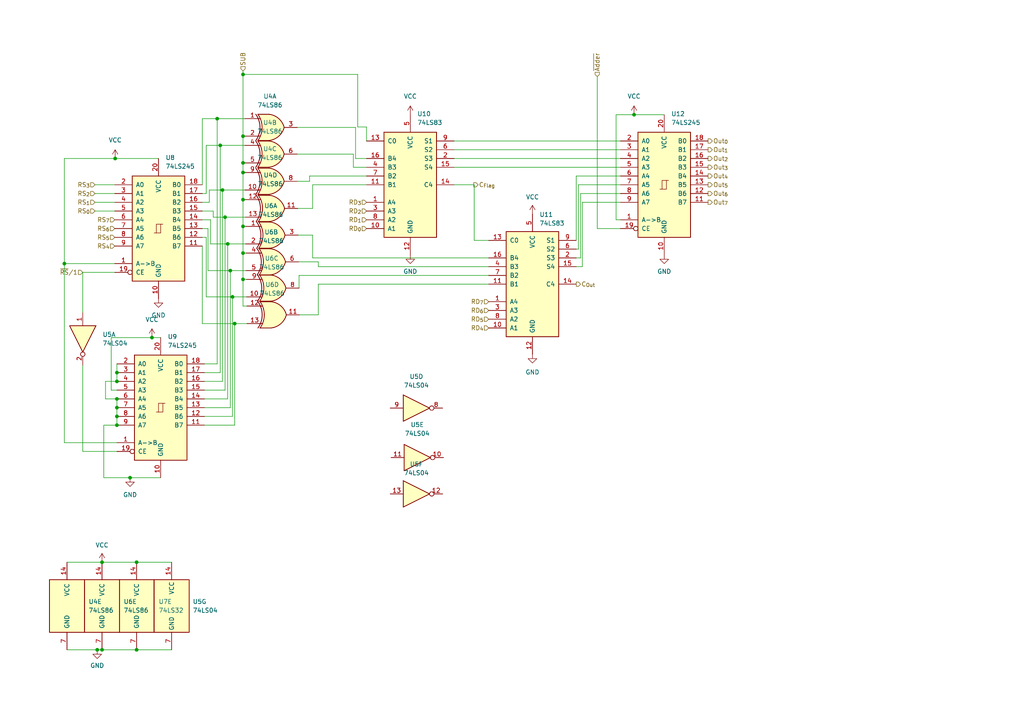
<source format=kicad_sch>
(kicad_sch (version 20211123) (generator eeschema)
  (paper "A4")
  (lib_symbols
    (symbol "74xx:74LS04"
      (property "Reference" "U" (at 0 1.27 0))
      (property "Value" "74LS04" (at 0 -1.27 0))
      (symbol "74LS04_1_0"
        (polyline (pts (xy -3.81 3.81) (xy -3.81 -3.81) (xy 3.81 0) (xy -3.81 3.81)) (stroke (width 0.254)) (fill (type background)))
        (pin input line (at -7.62 0 0) (length 3.81) (name "~") (number "1"))
        (pin output inverted (at 7.62 0 180) (length 3.81) (name "~") (number "2"))
      )
      (symbol "74LS04_2_0"
        (polyline (pts (xy -3.81 3.81) (xy -3.81 -3.81) (xy 3.81 0) (xy -3.81 3.81)) (stroke (width 0.254)) (fill (type background)))
        (pin input line (at -7.62 0 0) (length 3.81) (name "~") (number "3"))
        (pin output inverted (at 7.62 0 180) (length 3.81) (name "~") (number "4"))
      )
      (symbol "74LS04_3_0"
        (polyline (pts (xy -3.81 3.81) (xy -3.81 -3.81) (xy 3.81 0) (xy -3.81 3.81)) (stroke (width 0.254)) (fill (type background)))
        (pin input line (at -7.62 0 0) (length 3.81) (name "~") (number "5"))
        (pin output inverted (at 7.62 0 180) (length 3.81) (name "~") (number "6"))
      )
      (symbol "74LS04_4_0"
        (polyline (pts (xy -3.81 3.81) (xy -3.81 -3.81) (xy 3.81 0) (xy -3.81 3.81)) (stroke (width 0.254)) (fill (type background)))
        (pin output inverted (at 7.62 0 180) (length 3.81) (name "~") (number "8"))
        (pin input line (at -7.62 0 0) (length 3.81) (name "~") (number "9"))
      )
      (symbol "74LS04_5_0"
        (polyline (pts (xy -3.81 3.81) (xy -3.81 -3.81) (xy 3.81 0) (xy -3.81 3.81)) (stroke (width 0.254)) (fill (type background)))
        (pin output inverted (at 7.62 0 180) (length 3.81) (name "~") (number "10"))
        (pin input line (at -7.62 0 0) (length 3.81) (name "~") (number "11"))
      )
      (symbol "74LS04_6_0"
        (polyline (pts (xy -3.81 3.81) (xy -3.81 -3.81) (xy 3.81 0) (xy -3.81 3.81)) (stroke (width 0.254)) (fill (type background)))
        (pin output inverted (at 7.62 0 180) (length 3.81) (name "~") (number "12"))
        (pin input line (at -7.62 0 0) (length 3.81) (name "~") (number "13"))
      )
      (symbol "74LS04_7_0"
        (pin power_in line (at 0 12.7 270) (length 5.08) (name "VCC") (number "14"))
        (pin power_in line (at 0 -12.7 90) (length 5.08) (name "GND") (number "7"))
      )
      (symbol "74LS04_7_1"
        (rectangle (start -5.08 7.62) (end 5.08 -7.62) (stroke (width 0.254)) (fill (type background)))
      )
    )
    (symbol "74xx:74LS245" (pin_names (offset 1.016))
      (property "Reference" "U" (at -7.62 16.51 0))
      (property "Value" "74LS245" (at -7.62 -16.51 0))
      (symbol "74LS245_1_0"
        (polyline (pts (xy -0.635 -1.27) (xy -0.635 1.27) (xy 0.635 1.27)))
        (polyline (pts (xy -1.27 -1.27) (xy 0.635 -1.27) (xy 0.635 1.27) (xy 1.27 1.27)))
        (pin input line (at -12.7 -10.16 0) (length 5.08) (name "A->B") (number "1"))
        (pin power_in line (at 0 -20.32 90) (length 5.08) (name "GND") (number "10"))
        (pin tri_state line (at 12.7 -5.08 180) (length 5.08) (name "B7") (number "11"))
        (pin tri_state line (at 12.7 -2.54 180) (length 5.08) (name "B6") (number "12"))
        (pin tri_state line (at 12.7 0 180) (length 5.08) (name "B5") (number "13"))
        (pin tri_state line (at 12.7 2.54 180) (length 5.08) (name "B4") (number "14"))
        (pin tri_state line (at 12.7 5.08 180) (length 5.08) (name "B3") (number "15"))
        (pin tri_state line (at 12.7 7.62 180) (length 5.08) (name "B2") (number "16"))
        (pin tri_state line (at 12.7 10.16 180) (length 5.08) (name "B1") (number "17"))
        (pin tri_state line (at 12.7 12.7 180) (length 5.08) (name "B0") (number "18"))
        (pin input inverted (at -12.7 -12.7 0) (length 5.08) (name "CE") (number "19"))
        (pin tri_state line (at -12.7 12.7 0) (length 5.08) (name "A0") (number "2"))
        (pin power_in line (at 0 20.32 270) (length 5.08) (name "VCC") (number "20"))
        (pin tri_state line (at -12.7 10.16 0) (length 5.08) (name "A1") (number "3"))
        (pin tri_state line (at -12.7 7.62 0) (length 5.08) (name "A2") (number "4"))
        (pin tri_state line (at -12.7 5.08 0) (length 5.08) (name "A3") (number "5"))
        (pin tri_state line (at -12.7 2.54 0) (length 5.08) (name "A4") (number "6"))
        (pin tri_state line (at -12.7 0 0) (length 5.08) (name "A5") (number "7"))
        (pin tri_state line (at -12.7 -2.54 0) (length 5.08) (name "A6") (number "8"))
        (pin tri_state line (at -12.7 -5.08 0) (length 5.08) (name "A7") (number "9"))
      )
      (symbol "74LS245_1_1"
        (rectangle (start -7.62 15.24) (end 7.62 -15.24) (stroke (width 0.254)) (fill (type background)))
      )
    )
    (symbol "74xx:74LS32" (pin_names (offset 1.016))
      (property "Reference" "U" (at 0 1.27 0))
      (property "Value" "74LS32" (at 0 -1.27 0))
      (symbol "74LS32_1_1"
        (arc (start -3.81 -3.81) (mid -2.589 0) (end -3.81 3.81) (stroke (width 0.254)))
        (arc (start -0.6096 -3.81) (mid 2.1855 -2.584) (end 3.81 0) (stroke (width 0.254)) (fill (type background)))
        (polyline (pts (xy -3.81 -3.81) (xy -0.635 -3.81)) (stroke (width 0.254)) (fill (type background)))
        (polyline (pts (xy -3.81 3.81) (xy -0.635 3.81)) (stroke (width 0.254)) (fill (type background)))
        (polyline (pts (xy -0.635 3.81) (xy -3.81 3.81) (xy -3.81 3.81) (xy -3.556 3.4036) (xy -3.0226 2.2606) (xy -2.6924 1.0414) (xy -2.6162 -0.254) (xy -2.7686 -1.4986) (xy -3.175 -2.7178) (xy -3.81 -3.81) (xy -3.81 -3.81) (xy -0.635 -3.81)) (stroke (width -25.4)) (fill (type background)))
        (arc (start 3.81 0) (mid 2.1928 2.5925) (end -0.6096 3.81) (stroke (width 0.254)) (fill (type background)))
        (pin input line (at -7.62 2.54 0) (length 4.318) (name "~") (number "1"))
        (pin input line (at -7.62 -2.54 0) (length 4.318) (name "~") (number "2"))
        (pin output line (at 7.62 0 180) (length 3.81) (name "~") (number "3"))
      )
      (symbol "74LS32_1_2"
        (arc (start 0 -3.81) (mid 3.81 0) (end 0 3.81) (stroke (width 0.254)) (fill (type background)))
        (polyline (pts (xy 0 3.81) (xy -3.81 3.81) (xy -3.81 -3.81) (xy 0 -3.81)) (stroke (width 0.254)) (fill (type background)))
        (pin input inverted (at -7.62 2.54 0) (length 3.81) (name "~") (number "1"))
        (pin input inverted (at -7.62 -2.54 0) (length 3.81) (name "~") (number "2"))
        (pin output inverted (at 7.62 0 180) (length 3.81) (name "~") (number "3"))
      )
      (symbol "74LS32_2_1"
        (arc (start -3.81 -3.81) (mid -2.589 0) (end -3.81 3.81) (stroke (width 0.254)))
        (arc (start -0.6096 -3.81) (mid 2.1855 -2.584) (end 3.81 0) (stroke (width 0.254)) (fill (type background)))
        (polyline (pts (xy -3.81 -3.81) (xy -0.635 -3.81)) (stroke (width 0.254)) (fill (type background)))
        (polyline (pts (xy -3.81 3.81) (xy -0.635 3.81)) (stroke (width 0.254)) (fill (type background)))
        (polyline (pts (xy -0.635 3.81) (xy -3.81 3.81) (xy -3.81 3.81) (xy -3.556 3.4036) (xy -3.0226 2.2606) (xy -2.6924 1.0414) (xy -2.6162 -0.254) (xy -2.7686 -1.4986) (xy -3.175 -2.7178) (xy -3.81 -3.81) (xy -3.81 -3.81) (xy -0.635 -3.81)) (stroke (width -25.4)) (fill (type background)))
        (arc (start 3.81 0) (mid 2.1928 2.5925) (end -0.6096 3.81) (stroke (width 0.254)) (fill (type background)))
        (pin input line (at -7.62 2.54 0) (length 4.318) (name "~") (number "4"))
        (pin input line (at -7.62 -2.54 0) (length 4.318) (name "~") (number "5"))
        (pin output line (at 7.62 0 180) (length 3.81) (name "~") (number "6"))
      )
      (symbol "74LS32_2_2"
        (arc (start 0 -3.81) (mid 3.81 0) (end 0 3.81) (stroke (width 0.254)) (fill (type background)))
        (polyline (pts (xy 0 3.81) (xy -3.81 3.81) (xy -3.81 -3.81) (xy 0 -3.81)) (stroke (width 0.254)) (fill (type background)))
        (pin input inverted (at -7.62 2.54 0) (length 3.81) (name "~") (number "4"))
        (pin input inverted (at -7.62 -2.54 0) (length 3.81) (name "~") (number "5"))
        (pin output inverted (at 7.62 0 180) (length 3.81) (name "~") (number "6"))
      )
      (symbol "74LS32_3_1"
        (arc (start -3.81 -3.81) (mid -2.589 0) (end -3.81 3.81) (stroke (width 0.254)))
        (arc (start -0.6096 -3.81) (mid 2.1855 -2.584) (end 3.81 0) (stroke (width 0.254)) (fill (type background)))
        (polyline (pts (xy -3.81 -3.81) (xy -0.635 -3.81)) (stroke (width 0.254)) (fill (type background)))
        (polyline (pts (xy -3.81 3.81) (xy -0.635 3.81)) (stroke (width 0.254)) (fill (type background)))
        (polyline (pts (xy -0.635 3.81) (xy -3.81 3.81) (xy -3.81 3.81) (xy -3.556 3.4036) (xy -3.0226 2.2606) (xy -2.6924 1.0414) (xy -2.6162 -0.254) (xy -2.7686 -1.4986) (xy -3.175 -2.7178) (xy -3.81 -3.81) (xy -3.81 -3.81) (xy -0.635 -3.81)) (stroke (width -25.4)) (fill (type background)))
        (arc (start 3.81 0) (mid 2.1928 2.5925) (end -0.6096 3.81) (stroke (width 0.254)) (fill (type background)))
        (pin input line (at -7.62 -2.54 0) (length 4.318) (name "~") (number "10"))
        (pin output line (at 7.62 0 180) (length 3.81) (name "~") (number "8"))
        (pin input line (at -7.62 2.54 0) (length 4.318) (name "~") (number "9"))
      )
      (symbol "74LS32_3_2"
        (arc (start 0 -3.81) (mid 3.81 0) (end 0 3.81) (stroke (width 0.254)) (fill (type background)))
        (polyline (pts (xy 0 3.81) (xy -3.81 3.81) (xy -3.81 -3.81) (xy 0 -3.81)) (stroke (width 0.254)) (fill (type background)))
        (pin input inverted (at -7.62 -2.54 0) (length 3.81) (name "~") (number "10"))
        (pin output inverted (at 7.62 0 180) (length 3.81) (name "~") (number "8"))
        (pin input inverted (at -7.62 2.54 0) (length 3.81) (name "~") (number "9"))
      )
      (symbol "74LS32_4_1"
        (arc (start -3.81 -3.81) (mid -2.589 0) (end -3.81 3.81) (stroke (width 0.254)))
        (arc (start -0.6096 -3.81) (mid 2.1855 -2.584) (end 3.81 0) (stroke (width 0.254)) (fill (type background)))
        (polyline (pts (xy -3.81 -3.81) (xy -0.635 -3.81)) (stroke (width 0.254)) (fill (type background)))
        (polyline (pts (xy -3.81 3.81) (xy -0.635 3.81)) (stroke (width 0.254)) (fill (type background)))
        (polyline (pts (xy -0.635 3.81) (xy -3.81 3.81) (xy -3.81 3.81) (xy -3.556 3.4036) (xy -3.0226 2.2606) (xy -2.6924 1.0414) (xy -2.6162 -0.254) (xy -2.7686 -1.4986) (xy -3.175 -2.7178) (xy -3.81 -3.81) (xy -3.81 -3.81) (xy -0.635 -3.81)) (stroke (width -25.4)) (fill (type background)))
        (arc (start 3.81 0) (mid 2.1928 2.5925) (end -0.6096 3.81) (stroke (width 0.254)) (fill (type background)))
        (pin output line (at 7.62 0 180) (length 3.81) (name "~") (number "11"))
        (pin input line (at -7.62 2.54 0) (length 4.318) (name "~") (number "12"))
        (pin input line (at -7.62 -2.54 0) (length 4.318) (name "~") (number "13"))
      )
      (symbol "74LS32_4_2"
        (arc (start 0 -3.81) (mid 3.81 0) (end 0 3.81) (stroke (width 0.254)) (fill (type background)))
        (polyline (pts (xy 0 3.81) (xy -3.81 3.81) (xy -3.81 -3.81) (xy 0 -3.81)) (stroke (width 0.254)) (fill (type background)))
        (pin output inverted (at 7.62 0 180) (length 3.81) (name "~") (number "11"))
        (pin input inverted (at -7.62 2.54 0) (length 3.81) (name "~") (number "12"))
        (pin input inverted (at -7.62 -2.54 0) (length 3.81) (name "~") (number "13"))
      )
      (symbol "74LS32_5_0"
        (pin power_in line (at 0 12.7 270) (length 5.08) (name "VCC") (number "14"))
        (pin power_in line (at 0 -12.7 90) (length 5.08) (name "GND") (number "7"))
      )
      (symbol "74LS32_5_1"
        (rectangle (start -5.08 7.62) (end 5.08 -7.62) (stroke (width 0.254)) (fill (type background)))
      )
    )
    (symbol "74xx:74LS83" (pin_names (offset 1.016))
      (property "Reference" "U" (at -7.62 16.51 0))
      (property "Value" "74LS83" (at -7.62 -16.51 0))
      (symbol "74LS83_1_0"
        (pin input line (at -12.7 -5.08 0) (length 5.08) (name "A4") (number "1"))
        (pin input line (at -12.7 -12.7 0) (length 5.08) (name "A1") (number "10"))
        (pin input line (at -12.7 0 0) (length 5.08) (name "B1") (number "11"))
        (pin power_in line (at 0 -20.32 90) (length 5.08) (name "GND") (number "12"))
        (pin input line (at -12.7 12.7 0) (length 5.08) (name "C0") (number "13"))
        (pin output line (at 12.7 0 180) (length 5.08) (name "C4") (number "14"))
        (pin output line (at 12.7 5.08 180) (length 5.08) (name "S4") (number "15"))
        (pin input line (at -12.7 7.62 0) (length 5.08) (name "B4") (number "16"))
        (pin output line (at 12.7 7.62 180) (length 5.08) (name "S3") (number "2"))
        (pin input line (at -12.7 -7.62 0) (length 5.08) (name "A3") (number "3"))
        (pin input line (at -12.7 5.08 0) (length 5.08) (name "B3") (number "4"))
        (pin power_in line (at 0 20.32 270) (length 5.08) (name "VCC") (number "5"))
        (pin output line (at 12.7 10.16 180) (length 5.08) (name "S2") (number "6"))
        (pin input line (at -12.7 2.54 0) (length 5.08) (name "B2") (number "7"))
        (pin input line (at -12.7 -10.16 0) (length 5.08) (name "A2") (number "8"))
        (pin output line (at 12.7 12.7 180) (length 5.08) (name "S1") (number "9"))
      )
      (symbol "74LS83_1_1"
        (rectangle (start -7.62 15.24) (end 7.62 -15.24) (stroke (width 0.254)) (fill (type background)))
      )
    )
    (symbol "74xx:74LS86" (pin_names (offset 1.016))
      (property "Reference" "U" (at 0 1.27 0))
      (property "Value" "74LS86" (at 0 -1.27 0))
      (symbol "74LS86_1_0"
        (arc (start -4.4196 -3.81) (mid -3.2033 0) (end -4.4196 3.81) (stroke (width 0.254)))
        (arc (start -3.81 -3.81) (mid -2.589 0) (end -3.81 3.81) (stroke (width 0.254)))
        (arc (start -0.6096 -3.81) (mid 2.1855 -2.584) (end 3.81 0) (stroke (width 0.254)) (fill (type background)))
        (polyline (pts (xy -3.81 -3.81) (xy -0.635 -3.81)) (stroke (width 0.254)) (fill (type background)))
        (polyline (pts (xy -3.81 3.81) (xy -0.635 3.81)) (stroke (width 0.254)) (fill (type background)))
        (polyline (pts (xy -0.635 3.81) (xy -3.81 3.81) (xy -3.81 3.81) (xy -3.556 3.4036) (xy -3.0226 2.2606) (xy -2.6924 1.0414) (xy -2.6162 -0.254) (xy -2.7686 -1.4986) (xy -3.175 -2.7178) (xy -3.81 -3.81) (xy -3.81 -3.81) (xy -0.635 -3.81)) (stroke (width -25.4)) (fill (type background)))
        (arc (start 3.81 0) (mid 2.1928 2.5925) (end -0.6096 3.81) (stroke (width 0.254)) (fill (type background)))
        (pin input line (at -7.62 2.54 0) (length 4.445) (name "~") (number "1"))
        (pin input line (at -7.62 -2.54 0) (length 4.445) (name "~") (number "2"))
        (pin output line (at 7.62 0 180) (length 3.81) (name "~") (number "3"))
      )
      (symbol "74LS86_1_1"
        (polyline (pts (xy -3.81 -2.54) (xy -3.175 -2.54)) (stroke (width 0.1524)))
        (polyline (pts (xy -3.81 2.54) (xy -3.175 2.54)) (stroke (width 0.1524)))
      )
      (symbol "74LS86_2_0"
        (arc (start -4.4196 -3.81) (mid -3.2033 0) (end -4.4196 3.81) (stroke (width 0.254)))
        (arc (start -3.81 -3.81) (mid -2.589 0) (end -3.81 3.81) (stroke (width 0.254)))
        (arc (start -0.6096 -3.81) (mid 2.1855 -2.584) (end 3.81 0) (stroke (width 0.254)) (fill (type background)))
        (polyline (pts (xy -3.81 -3.81) (xy -0.635 -3.81)) (stroke (width 0.254)) (fill (type background)))
        (polyline (pts (xy -3.81 3.81) (xy -0.635 3.81)) (stroke (width 0.254)) (fill (type background)))
        (polyline (pts (xy -0.635 3.81) (xy -3.81 3.81) (xy -3.81 3.81) (xy -3.556 3.4036) (xy -3.0226 2.2606) (xy -2.6924 1.0414) (xy -2.6162 -0.254) (xy -2.7686 -1.4986) (xy -3.175 -2.7178) (xy -3.81 -3.81) (xy -3.81 -3.81) (xy -0.635 -3.81)) (stroke (width -25.4)) (fill (type background)))
        (arc (start 3.81 0) (mid 2.1928 2.5925) (end -0.6096 3.81) (stroke (width 0.254)) (fill (type background)))
        (pin input line (at -7.62 2.54 0) (length 4.445) (name "~") (number "4"))
        (pin input line (at -7.62 -2.54 0) (length 4.445) (name "~") (number "5"))
        (pin output line (at 7.62 0 180) (length 3.81) (name "~") (number "6"))
      )
      (symbol "74LS86_2_1"
        (polyline (pts (xy -3.81 -2.54) (xy -3.175 -2.54)) (stroke (width 0.1524)))
        (polyline (pts (xy -3.81 2.54) (xy -3.175 2.54)) (stroke (width 0.1524)))
      )
      (symbol "74LS86_3_0"
        (arc (start -4.4196 -3.81) (mid -3.2033 0) (end -4.4196 3.81) (stroke (width 0.254)))
        (arc (start -3.81 -3.81) (mid -2.589 0) (end -3.81 3.81) (stroke (width 0.254)))
        (arc (start -0.6096 -3.81) (mid 2.1855 -2.584) (end 3.81 0) (stroke (width 0.254)) (fill (type background)))
        (polyline (pts (xy -3.81 -3.81) (xy -0.635 -3.81)) (stroke (width 0.254)) (fill (type background)))
        (polyline (pts (xy -3.81 3.81) (xy -0.635 3.81)) (stroke (width 0.254)) (fill (type background)))
        (polyline (pts (xy -0.635 3.81) (xy -3.81 3.81) (xy -3.81 3.81) (xy -3.556 3.4036) (xy -3.0226 2.2606) (xy -2.6924 1.0414) (xy -2.6162 -0.254) (xy -2.7686 -1.4986) (xy -3.175 -2.7178) (xy -3.81 -3.81) (xy -3.81 -3.81) (xy -0.635 -3.81)) (stroke (width -25.4)) (fill (type background)))
        (arc (start 3.81 0) (mid 2.1928 2.5925) (end -0.6096 3.81) (stroke (width 0.254)) (fill (type background)))
        (pin input line (at -7.62 -2.54 0) (length 4.445) (name "~") (number "10"))
        (pin output line (at 7.62 0 180) (length 3.81) (name "~") (number "8"))
        (pin input line (at -7.62 2.54 0) (length 4.445) (name "~") (number "9"))
      )
      (symbol "74LS86_3_1"
        (polyline (pts (xy -3.81 -2.54) (xy -3.175 -2.54)) (stroke (width 0.1524)))
        (polyline (pts (xy -3.81 2.54) (xy -3.175 2.54)) (stroke (width 0.1524)))
      )
      (symbol "74LS86_4_0"
        (arc (start -4.4196 -3.81) (mid -3.2033 0) (end -4.4196 3.81) (stroke (width 0.254)))
        (arc (start -3.81 -3.81) (mid -2.589 0) (end -3.81 3.81) (stroke (width 0.254)))
        (arc (start -0.6096 -3.81) (mid 2.1855 -2.584) (end 3.81 0) (stroke (width 0.254)) (fill (type background)))
        (polyline (pts (xy -3.81 -3.81) (xy -0.635 -3.81)) (stroke (width 0.254)) (fill (type background)))
        (polyline (pts (xy -3.81 3.81) (xy -0.635 3.81)) (stroke (width 0.254)) (fill (type background)))
        (polyline (pts (xy -0.635 3.81) (xy -3.81 3.81) (xy -3.81 3.81) (xy -3.556 3.4036) (xy -3.0226 2.2606) (xy -2.6924 1.0414) (xy -2.6162 -0.254) (xy -2.7686 -1.4986) (xy -3.175 -2.7178) (xy -3.81 -3.81) (xy -3.81 -3.81) (xy -0.635 -3.81)) (stroke (width -25.4)) (fill (type background)))
        (arc (start 3.81 0) (mid 2.1928 2.5925) (end -0.6096 3.81) (stroke (width 0.254)) (fill (type background)))
        (pin output line (at 7.62 0 180) (length 3.81) (name "~") (number "11"))
        (pin input line (at -7.62 2.54 0) (length 4.445) (name "~") (number "12"))
        (pin input line (at -7.62 -2.54 0) (length 4.445) (name "~") (number "13"))
      )
      (symbol "74LS86_4_1"
        (polyline (pts (xy -3.81 -2.54) (xy -3.175 -2.54)) (stroke (width 0.1524)))
        (polyline (pts (xy -3.81 2.54) (xy -3.175 2.54)) (stroke (width 0.1524)))
      )
      (symbol "74LS86_5_0"
        (pin power_in line (at 0 12.7 270) (length 5.08) (name "VCC") (number "14"))
        (pin power_in line (at 0 -12.7 90) (length 5.08) (name "GND") (number "7"))
      )
      (symbol "74LS86_5_1"
        (rectangle (start -5.08 7.62) (end 5.08 -7.62) (stroke (width 0.254)) (fill (type background)))
      )
    )
    (symbol "power:GND" (power) (pin_names (offset 0))
      (property "Value" "GND" (at 0 -3.81 0))
      (symbol "GND_0_1"
        (polyline (pts (xy 0 0) (xy 0 -1.27) (xy 1.27 -1.27) (xy 0 -2.54) (xy -1.27 -1.27) (xy 0 -1.27)))
      )
      (symbol "GND_1_1"
        (pin power_in line (at 0 0 270) (length 0) hide (name "GND") (number "1"))
      )
    )
    (symbol "power:VCC" (power) (pin_names (offset 0))
      (property "Value" "VCC" (at 0 3.81 0))
      (symbol "VCC_0_1"
        (polyline (pts (xy -0.762 1.27) (xy 0 2.54)))
        (polyline (pts (xy 0 0) (xy 0 2.54)))
        (polyline (pts (xy 0 2.54) (xy 0.762 1.27)))
      )
      (symbol "VCC_1_1"
        (pin power_in line (at 0 0 90) (length 0) hide (name "VCC") (number "1"))
      )
    )
  )
  (junction (at 70.485 73.406))
  (junction (at 70.485 39.497))
  (junction (at 29.591 163.068))
  (junction (at 70.485 81.026))
  (junction (at 70.485 57.912))
  (junction (at 70.485 47.244))
  (junction (at 18.669 76.454))
  (junction (at 33.909 115.697))
  (junction (at 44.069 97.917))
  (junction (at 29.591 188.468))
  (junction (at 62.992 34.417))
  (junction (at 68.072 93.853))
  (junction (at 33.909 120.777))
  (junction (at 183.896 33.274))
  (junction (at 37.719 138.557))
  (junction (at 39.624 188.468))
  (junction (at 65.278 62.992))
  (junction (at 63.881 42.164))
  (junction (at 66.802 78.486))
  (junction (at 70.485 21.59))
  (junction (at 64.516 55.118))
  (junction (at 70.485 65.659))
  (junction (at 33.401 45.974))
  (junction (at 66.04 70.739))
  (junction (at 33.909 123.317))
  (junction (at 33.909 110.617))
  (junction (at 70.485 50.038))
  (junction (at 33.909 108.077))
  (junction (at 33.909 118.237))
  (junction (at 28.194 188.468))
  (junction (at 67.437 86.106))
  (junction (at 39.624 163.068))
  (wire (pts (xy 45.974 45.974) (xy 33.401 45.974)))
  (wire (pts (xy 59.309 113.157) (xy 65.278 113.157)))
  (wire (pts (xy 19.431 188.468) (xy 28.194 188.468)))
  (wire (pts (xy 131.699 45.974) (xy 179.959 45.974)))
  (wire (pts (xy 102.489 44.704) (xy 102.489 48.514)))
  (wire (pts (xy 63.881 42.164) (xy 70.993 42.164)))
  (wire (pts (xy 167.132 51.054) (xy 179.959 51.054)))
  (wire (pts (xy 67.437 120.777) (xy 67.437 86.106)))
  (wire (pts (xy 102.489 48.514) (xy 106.299 48.514)))
  (wire (pts (xy 92.329 75.946) (xy 92.329 77.343)))
  (wire (pts (xy 131.699 48.514) (xy 179.959 48.514)))
  (wire (pts (xy 37.719 138.557) (xy 46.609 138.557)))
  (wire (pts (xy 32.258 97.917) (xy 44.069 97.917)))
  (wire (pts (xy 58.674 56.134) (xy 59.817 56.134)))
  (wire (pts (xy 167.767 53.594) (xy 179.959 53.594)))
  (wire (pts (xy 64.516 55.118) (xy 70.993 55.118)))
  (wire (pts (xy 59.309 118.237) (xy 66.802 118.237)))
  (wire (pts (xy 106.299 36.83) (xy 106.299 40.894)))
  (wire (pts (xy 59.817 42.164) (xy 63.881 42.164)))
  (wire (pts (xy 70.485 39.497) (xy 70.993 39.497)))
  (wire (pts (xy 86.233 44.704) (xy 102.489 44.704)))
  (wire (pts (xy 66.802 78.486) (xy 71.374 78.486)))
  (wire (pts (xy 86.36 60.452) (xy 90.678 60.452)))
  (wire (pts (xy 59.309 110.617) (xy 64.516 110.617)))
  (wire (pts (xy 58.674 71.374) (xy 58.674 93.853)))
  (wire (pts (xy 66.04 70.739) (xy 71.247 70.739)))
  (wire (pts (xy 60.325 78.486) (xy 66.802 78.486)))
  (wire (pts (xy 59.817 86.106) (xy 67.437 86.106)))
  (wire (pts (xy 58.674 68.834) (xy 59.817 68.834)))
  (wire (pts (xy 137.541 69.723) (xy 141.732 69.723)))
  (wire (pts (xy 30.099 138.557) (xy 37.719 138.557)))
  (wire (pts (xy 18.669 128.397) (xy 33.909 128.397)))
  (wire (pts (xy 58.674 34.417) (xy 62.992 34.417)))
  (wire (pts (xy 33.401 45.974) (xy 18.669 45.974)))
  (wire (pts (xy 30.099 123.317) (xy 30.099 138.557)))
  (wire (pts (xy 68.072 93.853) (xy 71.628 93.853)))
  (wire (pts (xy 70.485 50.038) (xy 70.993 50.038)))
  (wire (pts (xy 60.706 58.674) (xy 60.706 55.118)))
  (wire (pts (xy 29.591 163.068) (xy 39.624 163.068)))
  (wire (pts (xy 33.909 115.697) (xy 30.607 115.697)))
  (wire (pts (xy 178.689 33.274) (xy 183.896 33.274)))
  (wire (pts (xy 63.881 108.077) (xy 63.881 42.164)))
  (wire (pts (xy 33.909 120.777) (xy 33.909 123.317)))
  (wire (pts (xy 65.278 113.157) (xy 65.278 62.992)))
  (wire (pts (xy 33.909 123.317) (xy 30.099 123.317)))
  (wire (pts (xy 179.959 66.294) (xy 173.228 66.294)))
  (wire (pts (xy 24.003 105.918) (xy 24.003 130.937)))
  (wire (pts (xy 137.541 53.594) (xy 137.541 69.723)))
  (wire (pts (xy 59.309 123.317) (xy 68.072 123.317)))
  (wire (pts (xy 33.909 118.237) (xy 33.909 120.777)))
  (wire (pts (xy 131.699 40.894) (xy 179.959 40.894)))
  (wire (pts (xy 70.485 21.59) (xy 103.759 21.59)))
  (wire (pts (xy 33.909 113.157) (xy 32.258 113.157)))
  (wire (pts (xy 179.959 63.754) (xy 178.689 63.754)))
  (wire (pts (xy 70.485 65.659) (xy 70.485 73.406)))
  (wire (pts (xy 28.194 188.468) (xy 29.591 188.468)))
  (wire (pts (xy 66.04 115.697) (xy 66.04 70.739)))
  (wire (pts (xy 59.309 108.077) (xy 63.881 108.077)))
  (wire (pts (xy 71.374 73.406) (xy 70.485 73.406)))
  (wire (pts (xy 27.559 61.214) (xy 33.274 61.214)))
  (wire (pts (xy 66.802 78.486) (xy 66.802 118.237)))
  (wire (pts (xy 167.132 69.723) (xy 167.132 51.054)))
  (wire (pts (xy 19.431 163.068) (xy 29.591 163.068)))
  (wire (pts (xy 173.228 22.225) (xy 173.228 66.294)))
  (wire (pts (xy 131.699 53.594) (xy 137.541 53.594)))
  (wire (pts (xy 167.132 72.263) (xy 167.767 72.263)))
  (wire (pts (xy 29.591 188.468) (xy 39.624 188.468)))
  (wire (pts (xy 62.992 34.417) (xy 70.993 34.417)))
  (wire (pts (xy 59.817 56.134) (xy 59.817 42.164)))
  (wire (pts (xy 68.072 123.317) (xy 68.072 93.853)))
  (wire (pts (xy 59.309 120.777) (xy 67.437 120.777)))
  (wire (pts (xy 61.849 62.992) (xy 65.278 62.992)))
  (wire (pts (xy 106.299 45.974) (xy 103.124 45.974)))
  (wire (pts (xy 178.689 63.754) (xy 178.689 33.274)))
  (wire (pts (xy 70.485 47.244) (xy 70.485 39.497)))
  (wire (pts (xy 168.91 58.674) (xy 179.959 58.674)))
  (wire (pts (xy 58.674 63.754) (xy 61.087 63.754)))
  (wire (pts (xy 18.669 76.454) (xy 18.669 128.397)))
  (wire (pts (xy 92.329 82.423) (xy 141.732 82.423)))
  (wire (pts (xy 70.485 65.659) (xy 70.485 57.912)))
  (wire (pts (xy 27.559 53.594) (xy 33.274 53.594)))
  (wire (pts (xy 86.614 75.946) (xy 92.329 75.946)))
  (wire (pts (xy 70.485 50.038) (xy 70.485 47.244)))
  (wire (pts (xy 92.329 77.343) (xy 141.732 77.343)))
  (wire (pts (xy 86.233 36.957) (xy 103.124 36.957)))
  (wire (pts (xy 70.485 57.912) (xy 70.485 50.038)))
  (wire (pts (xy 61.849 61.214) (xy 61.849 62.992)))
  (wire (pts (xy 64.516 110.617) (xy 64.516 55.118)))
  (wire (pts (xy 103.759 36.83) (xy 106.299 36.83)))
  (wire (pts (xy 58.674 66.294) (xy 60.325 66.294)))
  (wire (pts (xy 24.003 78.994) (xy 24.003 90.678)))
  (wire (pts (xy 86.233 52.578) (xy 89.789 52.578)))
  (wire (pts (xy 90.678 60.452) (xy 90.678 53.594)))
  (wire (pts (xy 89.789 51.054) (xy 106.299 51.054)))
  (wire (pts (xy 70.485 47.244) (xy 70.993 47.244)))
  (wire (pts (xy 168.402 56.134) (xy 179.959 56.134)))
  (wire (pts (xy 90.678 68.199) (xy 90.678 74.803)))
  (wire (pts (xy 24.003 130.937) (xy 33.909 130.937)))
  (wire (pts (xy 167.132 74.803) (xy 168.402 74.803)))
  (wire (pts (xy 86.741 83.566) (xy 86.741 79.883)))
  (wire (pts (xy 70.485 65.659) (xy 71.247 65.659)))
  (wire (pts (xy 27.559 56.134) (xy 33.274 56.134)))
  (wire (pts (xy 70.485 21.59) (xy 70.485 39.497)))
  (wire (pts (xy 86.868 91.313) (xy 92.329 91.313)))
  (wire (pts (xy 39.624 188.468) (xy 49.784 188.468)))
  (wire (pts (xy 58.674 58.674) (xy 60.706 58.674)))
  (wire (pts (xy 59.817 68.834) (xy 59.817 86.106)))
  (wire (pts (xy 59.309 105.537) (xy 62.992 105.537)))
  (wire (pts (xy 86.741 79.883) (xy 141.732 79.883)))
  (wire (pts (xy 167.767 72.263) (xy 167.767 53.594)))
  (wire (pts (xy 168.402 74.803) (xy 168.402 56.134)))
  (wire (pts (xy 70.485 81.026) (xy 70.485 88.773)))
  (wire (pts (xy 103.124 36.957) (xy 103.124 45.974)))
  (wire (pts (xy 61.087 70.739) (xy 66.04 70.739)))
  (wire (pts (xy 33.274 76.454) (xy 18.669 76.454)))
  (wire (pts (xy 89.789 52.578) (xy 89.789 51.054)))
  (wire (pts (xy 61.087 63.754) (xy 61.087 70.739)))
  (wire (pts (xy 60.325 66.294) (xy 60.325 78.486)))
  (wire (pts (xy 70.485 20.574) (xy 70.485 21.59)))
  (wire (pts (xy 168.91 77.343) (xy 168.91 58.674)))
  (wire (pts (xy 60.706 55.118) (xy 64.516 55.118)))
  (wire (pts (xy 27.559 58.674) (xy 33.274 58.674)))
  (wire (pts (xy 58.674 61.214) (xy 61.849 61.214)))
  (wire (pts (xy 86.487 68.199) (xy 90.678 68.199)))
  (wire (pts (xy 62.992 105.537) (xy 62.992 34.417)))
  (wire (pts (xy 131.699 43.434) (xy 179.959 43.434)))
  (wire (pts (xy 92.329 91.313) (xy 92.329 82.423)))
  (wire (pts (xy 30.607 115.697) (xy 30.607 110.617)))
  (wire (pts (xy 70.485 57.912) (xy 71.12 57.912)))
  (wire (pts (xy 32.258 113.157) (xy 32.258 97.917)))
  (wire (pts (xy 33.909 105.537) (xy 33.909 108.077)))
  (wire (pts (xy 33.909 108.077) (xy 33.909 110.617)))
  (wire (pts (xy 58.674 53.594) (xy 58.674 34.417)))
  (wire (pts (xy 67.437 86.106) (xy 71.501 86.106)))
  (wire (pts (xy 59.309 115.697) (xy 66.04 115.697)))
  (wire (pts (xy 90.678 74.803) (xy 141.732 74.803)))
  (wire (pts (xy 58.674 93.853) (xy 68.072 93.853)))
  (wire (pts (xy 44.069 97.917) (xy 46.609 97.917)))
  (wire (pts (xy 33.274 78.994) (xy 24.003 78.994)))
  (wire (pts (xy 103.759 21.59) (xy 103.759 36.83)))
  (wire (pts (xy 71.628 88.773) (xy 70.485 88.773)))
  (wire (pts (xy 33.909 115.697) (xy 33.909 118.237)))
  (wire (pts (xy 70.485 73.406) (xy 70.485 81.026)))
  (wire (pts (xy 30.607 110.617) (xy 33.909 110.617)))
  (wire (pts (xy 90.678 53.594) (xy 106.299 53.594)))
  (wire (pts (xy 183.896 33.274) (xy 192.659 33.274)))
  (wire (pts (xy 167.132 77.343) (xy 168.91 77.343)))
  (wire (pts (xy 18.669 45.974) (xy 18.669 76.454)))
  (wire (pts (xy 71.501 81.026) (xy 70.485 81.026)))
  (wire (pts (xy 65.278 62.992) (xy 71.12 62.992)))
  (wire (pts (xy 39.624 163.068) (xy 49.784 163.068)))
  (hierarchical_label "Out_{6}" (shape output) (at 205.359 56.134 0))
  (hierarchical_label "~{Adder}" (shape input) (at 173.228 22.225 90))
  (hierarchical_label "RS_{5}" (shape input) (at 33.274 68.834 180))
  (hierarchical_label "Out_{2}" (shape output) (at 205.359 45.974 0))
  (hierarchical_label "SUB" (shape input) (at 70.485 20.574 90))
  (hierarchical_label "RD_{6}" (shape input) (at 141.732 90.043 180))
  (hierarchical_label "RS_{7}" (shape input) (at 33.274 63.754 180))
  (hierarchical_label "RD_{3}" (shape input) (at 106.299 58.674 180))
  (hierarchical_label "RS_{4}" (shape input) (at 33.274 71.374 180))
  (hierarchical_label "RD_{4}" (shape input) (at 141.732 95.123 180))
  (hierarchical_label "Out_{3}" (shape output) (at 205.359 48.514 0))
  (hierarchical_label "Out_{1}" (shape output) (at 205.359 43.434 0))
  (hierarchical_label "~{RS}{slash}1" (shape input) (at 24.003 78.994 180))
  (hierarchical_label "C_{Flag}" (shape output) (at 137.414 53.594 0))
  (hierarchical_label "Out_{4}" (shape output) (at 205.359 51.054 0))
  (hierarchical_label "RD_{0}" (shape input) (at 106.299 66.294 180))
  (hierarchical_label "RD_{7}" (shape input) (at 141.732 87.503 180))
  (hierarchical_label "Out_{0}" (shape output) (at 205.359 40.894 0))
  (hierarchical_label "RD_{5}" (shape input) (at 141.732 92.583 180))
  (hierarchical_label "Out_{5}" (shape output) (at 205.359 53.594 0))
  (hierarchical_label "RS_{1}" (shape input) (at 27.559 58.674 180))
  (hierarchical_label "C_{Out}" (shape output) (at 167.132 82.423 0))
  (hierarchical_label "RS_{3}" (shape input) (at 27.559 53.594 180))
  (hierarchical_label "RS_{6}" (shape input) (at 33.274 66.294 180))
  (hierarchical_label "RD_{1}" (shape input) (at 106.299 63.754 180))
  (hierarchical_label "RS_{0}" (shape input) (at 27.559 61.214 180))
  (hierarchical_label "RS_{2}" (shape input) (at 27.559 56.134 180))
  (hierarchical_label "Out_{7}" (shape output) (at 205.359 58.674 0))
  (hierarchical_label "RD_{2}" (shape input) (at 106.299 61.214 180))
  (symbol (lib_id "74xx:74LS245") (at 45.974 66.294 0) (unit 1)
    (property "Reference" "U8" (at 47.9934 45.72 0) (effects (justify left)))
    (property "Value" "74LS245" (at 47.9934 48.26 0) (effects (justify left)))
    (property "Footprint" "Package_DIP:DIP-20_W7.62mm_Socket_LongPads" (effects hide))
    (property "Datasheet" "http://www.ti.com/lit/gpn/sn74LS245" (effects hide))
  )
  (symbol (lib_id "74xx:74LS04") (at 24.003 98.298 270) (unit 1)
    (property "Reference" "U5" (at 29.718 97.0279 90) (effects (justify left)))
    (property "Value" "74LS04" (at 29.718 99.5679 90) (effects (justify left)))
    (property "Footprint" "Package_DIP:DIP-14_W7.62mm_Socket_LongPads" (effects hide))
    (property "Datasheet" "http://www.ti.com/lit/gpn/sn74LS04" (effects hide))
  )
  (symbol (lib_id "74xx:74LS86") (at 78.613 36.957 0) (unit 1)
    (property "Reference" "U4" (at 78.3082 27.94 0))
    (property "Value" "74LS86" (at 78.3082 30.48 0))
    (property "Footprint" "Package_DIP:DIP-14_W7.62mm_Socket_LongPads" (effects hide))
    (property "Datasheet" "74xx/74ls86.pdf" (effects hide))
  )
  (symbol (lib_id "power:VCC") (at 29.591 163.068 0) (unit 1)
    (property "Reference" "#PWR017" (effects hide))
    (property "Value" "VCC" (at 29.591 158.115 0))
  )
  (symbol (lib_id "power:GND") (at 28.194 188.468 0) (unit 1)
    (property "Reference" "#PWR016" (effects hide))
    (property "Value" "GND" (at 28.194 193.04 0))
  )
  (symbol (lib_id "74xx:74LS83") (at 118.999 53.594 0) (unit 1)
    (property "Reference" "U10" (at 121.0184 33.02 0) (effects (justify left)))
    (property "Value" "74LS83" (at 121.0184 35.56 0) (effects (justify left)))
    (property "Footprint" "Package_DIP:DIP-16_W7.62mm_Socket_LongPads" (effects hide))
    (property "Datasheet" "http://www.ti.com/lit/gpn/sn74LS83" (effects hide))
  )
  (symbol (lib_id "power:GND") (at 118.999 73.914 0) (unit 1)
    (property "Reference" "#PWR023" (effects hide))
    (property "Value" "GND" (at 118.999 78.74 0))
  )
  (symbol (lib_id "power:VCC") (at 33.401 45.974 0) (unit 1)
    (property "Reference" "#PWR018" (effects hide))
    (property "Value" "VCC" (at 33.401 40.64 0))
  )
  (symbol (lib_id "74xx:74LS86") (at 79.121 83.566 0) (unit 3)
    (property "Reference" "U6" (at 78.8162 74.93 0))
    (property "Value" "74LS86" (at 78.8162 77.47 0))
    (property "Footprint" "Package_DIP:DIP-14_W7.62mm_Socket_LongPads" (effects hide))
    (property "Datasheet" "74xx/74ls86.pdf" (effects hide))
  )
  (symbol (lib_id "power:GND") (at 154.432 102.743 0) (unit 1)
    (property "Reference" "#PWR025" (effects hide))
    (property "Value" "GND" (at 154.432 107.95 0))
  )
  (symbol (lib_id "power:GND") (at 37.719 138.557 0) (unit 1)
    (property "Reference" "#PWR019" (effects hide))
    (property "Value" "GND" (at 37.719 143.51 0))
  )
  (symbol (lib_id "74xx:74LS86") (at 79.248 91.313 0) (unit 4)
    (property "Reference" "U6" (at 78.9432 82.55 0))
    (property "Value" "74LS86" (at 78.9432 85.09 0))
    (property "Footprint" "Package_DIP:DIP-14_W7.62mm_Socket_LongPads" (effects hide))
    (property "Datasheet" "74xx/74ls86.pdf" (effects hide))
  )
  (symbol (lib_id "74xx:74LS245") (at 46.609 118.237 0) (unit 1)
    (property "Reference" "U9" (at 48.6284 97.663 0) (effects (justify left)))
    (property "Value" "74LS245" (at 48.6284 100.203 0) (effects (justify left)))
    (property "Footprint" "Package_DIP:DIP-20_W7.62mm_Socket_LongPads" (effects hide))
    (property "Datasheet" "http://www.ti.com/lit/gpn/sn74LS245" (effects hide))
  )
  (symbol (lib_id "74xx:74LS04") (at 120.777 143.256 0) (unit 6)
    (property "Reference" "U5" (at 120.777 134.62 0))
    (property "Value" "74LS04" (at 120.777 137.16 0))
    (property "Footprint" "Package_DIP:DIP-14_W7.62mm_Socket_LongPads" (effects hide))
    (property "Datasheet" "http://www.ti.com/lit/gpn/sn74LS04" (effects hide))
  )
  (symbol (lib_id "74xx:74LS86") (at 78.74 60.452 0) (unit 4)
    (property "Reference" "U4" (at 78.4352 50.8 0))
    (property "Value" "74LS86" (at 78.4352 53.34 0))
    (property "Footprint" "Package_DIP:DIP-14_W7.62mm_Socket_LongPads" (effects hide))
    (property "Datasheet" "74xx/74ls86.pdf" (effects hide))
  )
  (symbol (lib_id "74xx:74LS04") (at 49.784 175.768 0) (unit 7)
    (property "Reference" "U5" (at 55.88 174.4979 0) (effects (justify left)))
    (property "Value" "74LS04" (at 55.88 177.0379 0) (effects (justify left)))
    (property "Footprint" "Package_DIP:DIP-14_W7.62mm_Socket_LongPads" (effects hide))
    (property "Datasheet" "http://www.ti.com/lit/gpn/sn74LS04" (effects hide))
  )
  (symbol (lib_id "74xx:74LS04") (at 121.031 132.715 0) (unit 5)
    (property "Reference" "U5" (at 121.031 123.19 0))
    (property "Value" "74LS04" (at 121.031 125.73 0))
    (property "Footprint" "Package_DIP:DIP-14_W7.62mm_Socket_LongPads" (effects hide))
    (property "Datasheet" "http://www.ti.com/lit/gpn/sn74LS04" (effects hide))
  )
  (symbol (lib_id "74xx:74LS86") (at 78.613 44.704 0) (unit 2)
    (property "Reference" "U4" (at 78.3082 35.56 0))
    (property "Value" "74LS86" (at 78.3082 38.1 0))
    (property "Footprint" "Package_DIP:DIP-14_W7.62mm_Socket_LongPads" (effects hide))
    (property "Datasheet" "74xx/74ls86.pdf" (effects hide))
  )
  (symbol (lib_id "74xx:74LS86") (at 19.431 175.768 0) (unit 5)
    (property "Reference" "U4" (at 25.654 174.4979 0) (effects (justify left)))
    (property "Value" "74LS86" (at 25.654 177.0379 0) (effects (justify left)))
    (property "Footprint" "Package_DIP:DIP-14_W7.62mm_Socket_LongPads" (effects hide))
    (property "Datasheet" "74xx/74ls86.pdf" (effects hide))
  )
  (symbol (lib_id "74xx:74LS86") (at 78.994 75.946 0) (unit 2)
    (property "Reference" "U6" (at 78.6892 67.31 0))
    (property "Value" "74LS86" (at 78.6892 69.85 0))
    (property "Footprint" "Package_DIP:DIP-14_W7.62mm_Socket_LongPads" (effects hide))
    (property "Datasheet" "74xx/74ls86.pdf" (effects hide))
  )
  (symbol (lib_id "power:VCC") (at 118.999 33.274 0) (unit 1)
    (property "Reference" "#PWR022" (effects hide))
    (property "Value" "VCC" (at 118.999 27.94 0))
  )
  (symbol (lib_id "74xx:74LS04") (at 120.777 118.364 0) (unit 4)
    (property "Reference" "U5" (at 120.777 109.22 0))
    (property "Value" "74LS04" (at 120.777 111.76 0))
    (property "Footprint" "Package_DIP:DIP-14_W7.62mm_Socket_LongPads" (effects hide))
    (property "Datasheet" "http://www.ti.com/lit/gpn/sn74LS04" (effects hide))
  )
  (symbol (lib_id "74xx:74LS32") (at 39.624 175.768 0) (unit 5)
    (property "Reference" "U7" (at 45.974 174.4979 0) (effects (justify left)))
    (property "Value" "74LS32" (at 45.974 177.0379 0) (effects (justify left)))
    (property "Footprint" "Package_DIP:DIP-14_W7.62mm_Socket_LongPads" (effects hide))
    (property "Datasheet" "http://www.ti.com/lit/gpn/sn74LS32" (effects hide))
  )
  (symbol (lib_id "power:VCC") (at 183.896 33.274 0) (unit 1)
    (property "Reference" "#PWR026" (effects hide))
    (property "Value" "VCC" (at 183.896 27.94 0))
  )
  (symbol (lib_id "power:GND") (at 45.974 86.614 0) (unit 1)
    (property "Reference" "#PWR021" (effects hide))
    (property "Value" "GND" (at 45.974 91.44 0))
  )
  (symbol (lib_id "power:VCC") (at 44.069 97.917 0) (unit 1)
    (property "Reference" "#PWR020" (effects hide))
    (property "Value" "VCC" (at 44.069 92.71 0))
  )
  (symbol (lib_id "74xx:74LS86") (at 78.867 68.199 0) (unit 1)
    (property "Reference" "U6" (at 78.5622 59.69 0))
    (property "Value" "74LS86" (at 78.5622 62.23 0))
    (property "Footprint" "Package_DIP:DIP-14_W7.62mm_Socket_LongPads" (effects hide))
    (property "Datasheet" "74xx/74ls86.pdf" (effects hide))
  )
  (symbol (lib_id "74xx:74LS86") (at 29.591 175.768 0) (unit 5)
    (property "Reference" "U6" (at 35.814 174.4979 0) (effects (justify left)))
    (property "Value" "74LS86" (at 35.814 177.0379 0) (effects (justify left)))
    (property "Footprint" "Package_DIP:DIP-14_W7.62mm_Socket_LongPads" (effects hide))
    (property "Datasheet" "74xx/74ls86.pdf" (effects hide))
  )
  (symbol (lib_id "power:VCC") (at 154.432 62.103 0) (unit 1)
    (property "Reference" "#PWR024" (effects hide))
    (property "Value" "VCC" (at 154.432 57.15 0))
  )
  (symbol (lib_id "74xx:74LS83") (at 154.432 82.423 0) (unit 1)
    (property "Reference" "U11" (at 156.4514 62.23 0) (effects (justify left)))
    (property "Value" "74LS83" (at 156.4514 64.77 0) (effects (justify left)))
    (property "Footprint" "Package_DIP:DIP-16_W7.62mm_Socket_LongPads" (effects hide))
    (property "Datasheet" "http://www.ti.com/lit/gpn/sn74LS83" (effects hide))
  )
  (symbol (lib_id "74xx:74LS245") (at 192.659 53.594 0) (unit 1)
    (property "Reference" "U12" (at 194.6784 33.02 0) (effects (justify left)))
    (property "Value" "74LS245" (at 194.6784 35.56 0) (effects (justify left)))
    (property "Footprint" "Package_DIP:DIP-20_W7.62mm_Socket_LongPads" (effects hide))
    (property "Datasheet" "http://www.ti.com/lit/gpn/sn74LS245" (effects hide))
  )
  (symbol (lib_id "power:GND") (at 192.659 73.914 0) (unit 1)
    (property "Reference" "#PWR027" (effects hide))
    (property "Value" "GND" (at 192.659 78.74 0))
  )
  (symbol (lib_id "74xx:74LS86") (at 78.613 52.578 0) (unit 3)
    (property "Reference" "U4" (at 78.3082 43.18 0))
    (property "Value" "74LS86" (at 78.3082 45.72 0))
    (property "Footprint" "Package_DIP:DIP-14_W7.62mm_Socket_LongPads" (effects hide))
    (property "Datasheet" "74xx/74ls86.pdf" (effects hide))
  )
)
</source>
